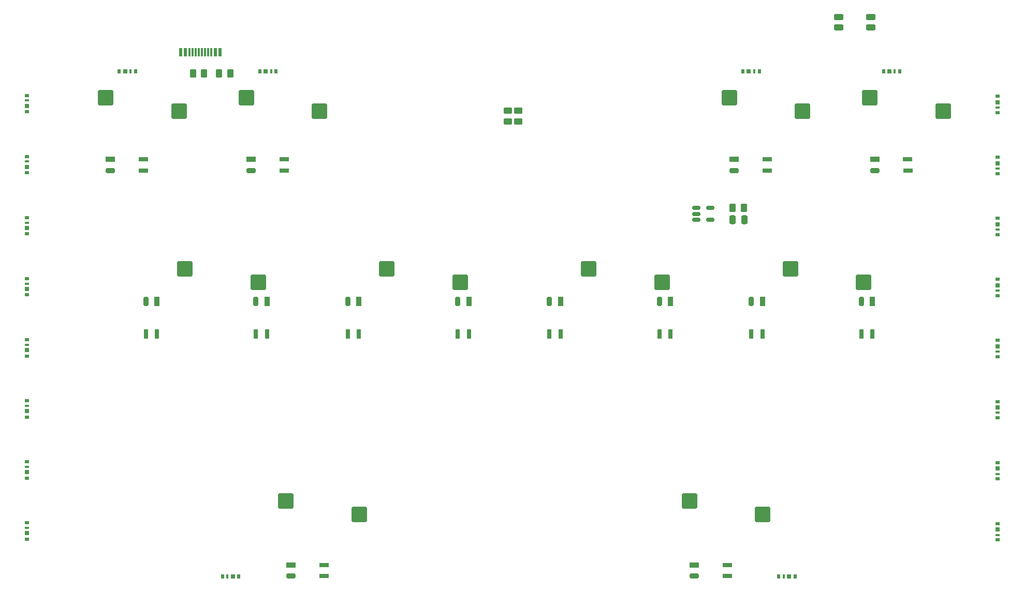
<source format=gbr>
%TF.GenerationSoftware,KiCad,Pcbnew,(6.0.5)*%
%TF.CreationDate,2022-10-13T09:17:03+09:00*%
%TF.ProjectId,Luka One___,4c756b61-204f-46e6-9566-5c5f2e6b6963,rev?*%
%TF.SameCoordinates,PX2f4d600PY1513820*%
%TF.FileFunction,Paste,Bot*%
%TF.FilePolarity,Positive*%
%FSLAX46Y46*%
G04 Gerber Fmt 4.6, Leading zero omitted, Abs format (unit mm)*
G04 Created by KiCad (PCBNEW (6.0.5)) date 2022-10-13 09:17:03*
%MOMM*%
%LPD*%
G01*
G04 APERTURE LIST*
G04 Aperture macros list*
%AMRoundRect*
0 Rectangle with rounded corners*
0 $1 Rounding radius*
0 $2 $3 $4 $5 $6 $7 $8 $9 X,Y pos of 4 corners*
0 Add a 4 corners polygon primitive as box body*
4,1,4,$2,$3,$4,$5,$6,$7,$8,$9,$2,$3,0*
0 Add four circle primitives for the rounded corners*
1,1,$1+$1,$2,$3*
1,1,$1+$1,$4,$5*
1,1,$1+$1,$6,$7*
1,1,$1+$1,$8,$9*
0 Add four rect primitives between the rounded corners*
20,1,$1+$1,$2,$3,$4,$5,0*
20,1,$1+$1,$4,$5,$6,$7,0*
20,1,$1+$1,$6,$7,$8,$9,0*
20,1,$1+$1,$8,$9,$2,$3,0*%
%AMFreePoly0*
4,1,5,0.750000,-0.395000,-0.750000,-0.395000,-0.750000,0.395000,0.750000,0.395000,0.750000,-0.395000,0.750000,-0.395000,$1*%
G04 Aperture macros list end*
%ADD10RoundRect,0.250000X-1.025000X-1.000000X1.025000X-1.000000X1.025000X1.000000X-1.025000X1.000000X0*%
%ADD11R,0.790000X1.500000*%
%ADD12RoundRect,0.197500X-0.197500X0.552500X-0.197500X-0.552500X0.197500X-0.552500X0.197500X0.552500X0*%
%ADD13FreePoly0,270.000000*%
%ADD14R,1.500000X0.790000*%
%ADD15RoundRect,0.197500X-0.552500X-0.197500X0.552500X-0.197500X0.552500X0.197500X-0.552500X0.197500X0*%
%ADD16FreePoly0,0.000000*%
%ADD17R,0.800000X0.550000*%
%ADD18R,0.800000X0.800000*%
%ADD19R,0.800000X0.450000*%
%ADD20R,0.800000X0.600000*%
%ADD21RoundRect,0.250000X0.250000X0.475000X-0.250000X0.475000X-0.250000X-0.475000X0.250000X-0.475000X0*%
%ADD22RoundRect,0.150000X-0.512500X-0.150000X0.512500X-0.150000X0.512500X0.150000X-0.512500X0.150000X0*%
%ADD23R,0.550000X0.800000*%
%ADD24R,0.450000X0.800000*%
%ADD25R,0.600000X0.800000*%
%ADD26RoundRect,0.250000X-0.262500X-0.450000X0.262500X-0.450000X0.262500X0.450000X-0.262500X0.450000X0*%
%ADD27RoundRect,0.250000X-0.525000X-0.250000X0.525000X-0.250000X0.525000X0.250000X-0.525000X0.250000X0*%
%ADD28RoundRect,0.250000X0.450000X-0.262500X0.450000X0.262500X-0.450000X0.262500X-0.450000X-0.262500X0*%
%ADD29R,0.600000X1.450000*%
%ADD30R,0.300000X1.450000*%
G04 APERTURE END LIST*
D10*
%TO.C,REF\u002A\u002A*%
X129900000Y-17900000D03*
X141900000Y-20100000D03*
%TD*%
%TO.C,Kailh PG1354*%
X57379999Y-83953850D03*
X69379999Y-86153850D03*
%TD*%
%TO.C,REF\u002A\u002A*%
X27900000Y-17900000D03*
X39900000Y-20100000D03*
%TD*%
%TO.C,Kailh PG1352*%
X106899999Y-45943850D03*
X118899999Y-48143850D03*
%TD*%
D11*
%TO.C,REF\u002A\u002A3*%
X135310000Y-56590000D03*
X133490000Y-56600000D03*
D12*
X133490000Y-51200000D03*
D13*
X135310000Y-51200000D03*
%TD*%
D11*
%TO.C,REF\u002A\u002A10*%
X54310000Y-56590000D03*
X52490000Y-56600000D03*
D12*
X52490000Y-51200000D03*
D13*
X54310000Y-51200000D03*
%TD*%
D10*
%TO.C,REF\u002A\u002A*%
X50900000Y-17900000D03*
X62900000Y-20100000D03*
%TD*%
D11*
%TO.C,REF\u002A\u002A7*%
X69310000Y-56590000D03*
X67490000Y-56600000D03*
D12*
X67490000Y-51200000D03*
D13*
X69310000Y-51200000D03*
%TD*%
D14*
%TO.C,REF\u002A\u002A3*%
X34090000Y-27990000D03*
X34100000Y-29810000D03*
D15*
X28700000Y-29810000D03*
D16*
X28700000Y-27990000D03*
%TD*%
D11*
%TO.C,REF\u002A\u002A6*%
X120310000Y-56590000D03*
X118490000Y-56600000D03*
D12*
X118490000Y-51200000D03*
D13*
X120310000Y-51200000D03*
%TD*%
D10*
%TO.C,REF\u002A\u002A*%
X152900000Y-17900000D03*
X164900000Y-20100000D03*
%TD*%
D11*
%TO.C,REF\u002A\u002A8*%
X87310000Y-56590000D03*
X85490000Y-56600000D03*
D12*
X85490000Y-51200000D03*
D13*
X87310000Y-51200000D03*
%TD*%
D14*
%TO.C,REF\u002A\u002A3*%
X57090000Y-27990000D03*
X57100000Y-29810000D03*
D15*
X51700000Y-29810000D03*
D16*
X51700000Y-27990000D03*
%TD*%
D11*
%TO.C,REF\u002A\u002A9*%
X36310000Y-56590000D03*
X34490000Y-56600000D03*
D12*
X34490000Y-51200000D03*
D13*
X36310000Y-51200000D03*
%TD*%
D11*
%TO.C,REF\u002A\u002A5*%
X102310000Y-56590000D03*
X100490000Y-56600000D03*
D12*
X100490000Y-51200000D03*
D13*
X102310000Y-51200000D03*
%TD*%
D10*
%TO.C,Kailh PG1354*%
X123379999Y-83953850D03*
X135379999Y-86153850D03*
%TD*%
%TO.C,Kailh PG1353*%
X139899999Y-45943850D03*
X151899999Y-48143850D03*
%TD*%
D14*
%TO.C,REF\u002A\u002A3*%
X159090000Y-27990000D03*
X159100000Y-29810000D03*
D15*
X153700000Y-29810000D03*
D16*
X153700000Y-27990000D03*
%TD*%
D14*
%TO.C,REF\u002A\u002A4*%
X129596006Y-94397420D03*
X129606006Y-96217420D03*
D15*
X124206006Y-96217420D03*
D16*
X124206006Y-94397420D03*
%TD*%
D14*
%TO.C,REF\u002A\u002A3*%
X136090000Y-27990000D03*
X136100000Y-29810000D03*
D15*
X130700000Y-29810000D03*
D16*
X130700000Y-27990000D03*
%TD*%
D14*
%TO.C,REF\u002A\u002A*%
X63596006Y-94397420D03*
X63606006Y-96217420D03*
D15*
X58206006Y-96217420D03*
D16*
X58206006Y-94397420D03*
%TD*%
D10*
%TO.C,Kailh PG1351*%
X73899999Y-45943850D03*
X85899999Y-48143850D03*
%TD*%
D11*
%TO.C,REF\u002A\u002A3*%
X153310000Y-56590000D03*
X151490000Y-56600000D03*
D12*
X151490000Y-51200000D03*
D13*
X153310000Y-51200000D03*
%TD*%
D10*
%TO.C,Kailh PG1350*%
X40899999Y-45943850D03*
X52899999Y-48143850D03*
%TD*%
D17*
%TO.C,LED12*%
X173775000Y-37625000D03*
D18*
X173775000Y-38600000D03*
D19*
X173775000Y-39475000D03*
D20*
X173775000Y-40300000D03*
%TD*%
D17*
%TO.C,LED2*%
X15025000Y-40175000D03*
D18*
X15025000Y-39200000D03*
D19*
X15025000Y-38325000D03*
D20*
X15025000Y-37500000D03*
%TD*%
D21*
%TO.C,C1*%
X132350000Y-37900000D03*
X130450000Y-37900000D03*
%TD*%
D17*
%TO.C,LED9*%
X173775000Y-67625000D03*
D18*
X173775000Y-68600000D03*
D19*
X173775000Y-69475000D03*
D20*
X173775000Y-70300000D03*
%TD*%
D17*
%TO.C,LED5*%
X15025000Y-70175000D03*
D18*
X15025000Y-69200000D03*
D19*
X15025000Y-68325000D03*
D20*
X15025000Y-67500000D03*
%TD*%
D22*
%TO.C,U2*%
X124482500Y-37850000D03*
X124482500Y-36900000D03*
X124482500Y-35950000D03*
X126757500Y-35950000D03*
X126757500Y-37850000D03*
%TD*%
D17*
%TO.C,LED7*%
X15025000Y-90175000D03*
D18*
X15025000Y-89200000D03*
D19*
X15025000Y-88325000D03*
D20*
X15025000Y-87500000D03*
%TD*%
D23*
%TO.C,LED14*%
X30125000Y-13525000D03*
D18*
X31100000Y-13525000D03*
D24*
X31975000Y-13525000D03*
D25*
X32800000Y-13525000D03*
%TD*%
D23*
%TO.C,LED14*%
X132125000Y-13525000D03*
D18*
X133100000Y-13525000D03*
D24*
X133975000Y-13525000D03*
D25*
X134800000Y-13525000D03*
%TD*%
D26*
%TO.C,R1*%
X46487500Y-13900000D03*
X48312500Y-13900000D03*
%TD*%
%TO.C,R5*%
X130467500Y-35900000D03*
X132292500Y-35900000D03*
%TD*%
D27*
%TO.C,REF\u002A\u002A*%
X147801131Y-6370103D03*
X153051131Y-6370103D03*
X147801131Y-4670103D03*
X153051131Y-4670103D03*
%TD*%
D28*
%TO.C,R4*%
X93662500Y-21812500D03*
X93662500Y-19987500D03*
%TD*%
D23*
%TO.C,LED14*%
X140675000Y-96275000D03*
D18*
X139700000Y-96275000D03*
D24*
X138825000Y-96275000D03*
D25*
X138000000Y-96275000D03*
%TD*%
D17*
%TO.C,LED*%
X173775000Y-87625000D03*
D18*
X173775000Y-88600000D03*
D19*
X173775000Y-89475000D03*
D20*
X173775000Y-90300000D03*
%TD*%
D23*
%TO.C,LED14*%
X53125000Y-13525000D03*
D18*
X54100000Y-13525000D03*
D24*
X54975000Y-13525000D03*
D25*
X55800000Y-13525000D03*
%TD*%
D28*
%TO.C,R3*%
X95400000Y-21812500D03*
X95400000Y-19987500D03*
%TD*%
D17*
%TO.C,LED*%
X15025000Y-20175000D03*
D18*
X15025000Y-19200000D03*
D19*
X15025000Y-18325000D03*
D20*
X15025000Y-17500000D03*
%TD*%
D17*
%TO.C,LED13*%
X173775000Y-27625000D03*
D18*
X173775000Y-28600000D03*
D19*
X173775000Y-29475000D03*
D20*
X173775000Y-30300000D03*
%TD*%
D26*
%TO.C,R2*%
X42187500Y-13900000D03*
X44012500Y-13900000D03*
%TD*%
D17*
%TO.C,LED4*%
X15025000Y-60175000D03*
D18*
X15025000Y-59200000D03*
D19*
X15025000Y-58325000D03*
D20*
X15025000Y-57500000D03*
%TD*%
D23*
%TO.C,LED14*%
X155125000Y-13525000D03*
D18*
X156100000Y-13525000D03*
D24*
X156975000Y-13525000D03*
D25*
X157800000Y-13525000D03*
%TD*%
D17*
%TO.C,LED14*%
X173775000Y-17625000D03*
D18*
X173775000Y-18600000D03*
D19*
X173775000Y-19475000D03*
D20*
X173775000Y-20300000D03*
%TD*%
D17*
%TO.C,LED6*%
X15025000Y-80175000D03*
D18*
X15025000Y-79200000D03*
D19*
X15025000Y-78325000D03*
D20*
X15025000Y-77500000D03*
%TD*%
D17*
%TO.C,LED3*%
X15025000Y-50175000D03*
D18*
X15025000Y-49200000D03*
D19*
X15025000Y-48325000D03*
D20*
X15025000Y-47500000D03*
%TD*%
D17*
%TO.C,LED1*%
X15025000Y-30175000D03*
D18*
X15025000Y-29200000D03*
D19*
X15025000Y-28325000D03*
D20*
X15025000Y-27500000D03*
%TD*%
D23*
%TO.C,LED14*%
X49675000Y-96275000D03*
D18*
X48700000Y-96275000D03*
D24*
X47825000Y-96275000D03*
D25*
X47000000Y-96275000D03*
%TD*%
D17*
%TO.C,LED11*%
X173775000Y-47625000D03*
D18*
X173775000Y-48600000D03*
D19*
X173775000Y-49475000D03*
D20*
X173775000Y-50300000D03*
%TD*%
D17*
%TO.C,LED10*%
X173775000Y-57625000D03*
D18*
X173775000Y-58600000D03*
D19*
X173775000Y-59475000D03*
D20*
X173775000Y-60300000D03*
%TD*%
D29*
%TO.C,J1*%
X40150000Y-10447601D03*
X40950000Y-10447601D03*
D30*
X42150000Y-10447601D03*
X43150000Y-10447601D03*
X43650000Y-10447601D03*
X44650000Y-10447601D03*
D29*
X45850000Y-10447601D03*
X46650000Y-10447601D03*
X46650000Y-10447601D03*
X45850000Y-10447601D03*
D30*
X45150000Y-10447601D03*
X44150000Y-10447601D03*
X42650000Y-10447601D03*
X41650000Y-10447601D03*
D29*
X40950000Y-10447601D03*
X40150000Y-10447601D03*
%TD*%
D17*
%TO.C,LED8*%
X173775000Y-77625000D03*
D18*
X173775000Y-78600000D03*
D19*
X173775000Y-79475000D03*
D20*
X173775000Y-80300000D03*
%TD*%
M02*

</source>
